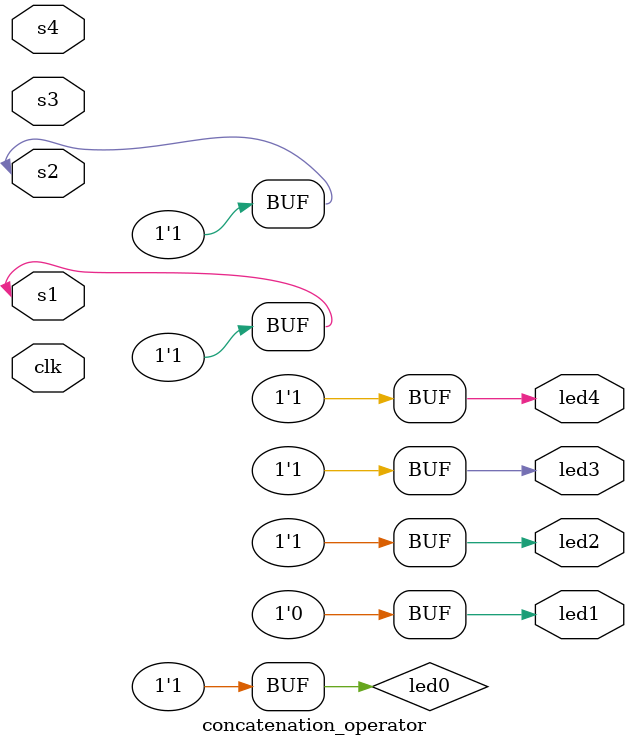
<source format=v>
module concatenation_operator(input clk,
    input s1, s2, s3, s4,
    output led1, led2, led3, led4);

    initial begin
        led2 = 1;
        led3 = 1;
        led4 = 1;
    end
    assign {led1, led0} = 2'b01;

    assign {led4, led3} = {s1, s2};

endmodule

</source>
